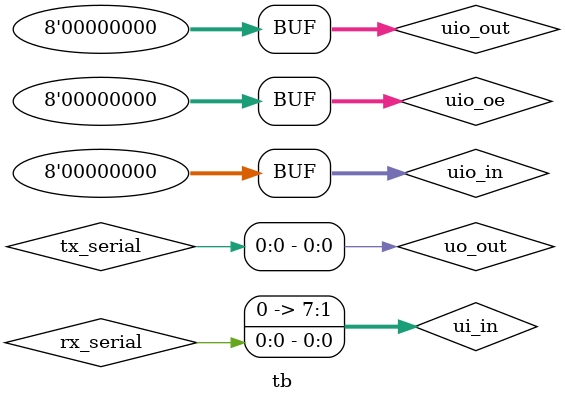
<source format=v>
/* This testbench just instantiates the module and makes some convenient wires
   that can be driven / tested by the cocotb test.py.
*/

/*
`default_nettype none
`timescale 1ns / 1ps
module tb ();

  // Dump the signals to a VCD file. You can view it with gtkwave.
  initial begin
    $dumpfile("tb.vcd");
    $dumpvars(0, tb);
    #1;
  end

  // Wire up the inputs and outputs:
  reg clk;
  reg rst_n;
  reg ena;
  reg [7:0] ui_in;
  reg [7:0] uio_in;
  wire [7:0] uo_out;
  wire [7:0] uio_out;
  wire [7:0] uio_oe;
`ifdef GL_TEST
  wire VPWR = 1'b1;
  wire VGND = 1'b0;
`endif

  // Replace tt_um_example with your module name:
  tt_um_example user_project (

      // Include power ports for the Gate Level test:
`ifdef GL_TEST
      .VPWR(VPWR),
      .VGND(VGND),
`endif

      .ui_in  (ui_in),    // Dedicated inputs
      .uo_out (uo_out),   // Dedicated outputs
      .uio_in (uio_in),   // IOs: Input path
      .uio_out(uio_out),  // IOs: Output path
      .uio_oe (uio_oe),   // IOs: Enable path (active high: 0=input, 1=output)
      .ena    (ena),      // enable - goes high when design is selected
      .clk    (clk),      // clock
      .rst_n  (rst_n)     // not reset
  );

endmodule

*/

`default_nettype none
`timescale 1ns / 1ps

/* This testbench instantiates the UART capitalizer module and provides
   convenient wires that can be driven/tested by the cocotb test script.
*/
module tb();

  // Dump the signals to a VCD file for waveform viewing with GTKWave.
  initial begin
    $dumpfile("tb.vcd");
    $dumpvars(0, tb);
    #1;
  end

  // Declare inputs and outputs
  reg clk;
  reg rst_n;
  reg ena;
  reg rx_serial;         // UART RX input (to DUT)
  wire tx_serial;        // UART TX output (from DUT)
  wire [7:0] ui_in;
  wire [7:0] uo_out;
  wire [7:0] uio_in;
  wire [7:0] uio_out;
  wire [7:0] uio_oe;

`ifdef GL_TEST
  wire VPWR = 1'b1;
  wire VGND = 1'b0;
`endif

  // Assignments for UART signals
  assign ui_in[0] = rx_serial;  // Connect RX serial input to ui_in[0]
  assign ui_in[7:1] = 7'b0;     // Other bits unused
  assign tx_serial = uo_out[0]; // Connect uo_out[0] to TX serial output

  // Unused IOs
  assign uio_in = 8'b0;
  assign uio_out = 8'b0;
  assign uio_oe = 8'b0;

  // Instantiate the UART capitalizer module
  tt_um_uart_fifo user_project (

    // Include power ports for the Gate Level test
`ifdef GL_TEST
    .VPWR(VPWR),
    .VGND(VGND),
`endif

    .ui_in  (ui_in),    // Dedicated inputs
    .uo_out (uo_out),   // Dedicated outputs
    .uio_in (uio_in),   // IOs: Input path
    .uio_out(uio_out),  // IOs: Output path
    .uio_oe (uio_oe),   // IOs: Enable path (active high: 0=input, 1=output)
    .ena    (ena),      // Enable signal
    .clk    (clk),      // System clock
    .rst_n  (rst_n)     // Active low reset
  );

endmodule

</source>
